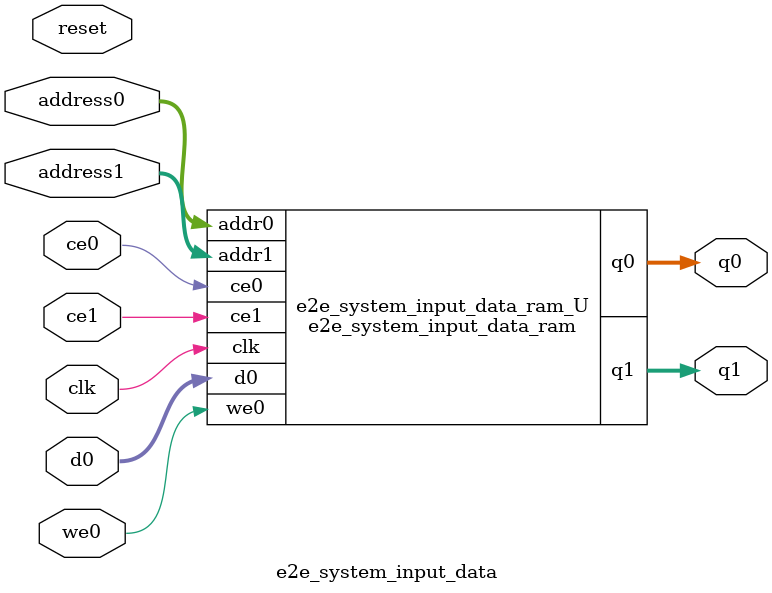
<source format=v>
`timescale 1 ns / 1 ps
module e2e_system_input_data_ram (addr0, ce0, d0, we0, q0, addr1, ce1, q1,  clk);

parameter DWIDTH = 32;
parameter AWIDTH = 9;
parameter MEM_SIZE = 340;

input[AWIDTH-1:0] addr0;
input ce0;
input[DWIDTH-1:0] d0;
input we0;
output reg[DWIDTH-1:0] q0;
input[AWIDTH-1:0] addr1;
input ce1;
output reg[DWIDTH-1:0] q1;
input clk;

(* ram_style = "block" *)reg [DWIDTH-1:0] ram[0:MEM_SIZE-1];




always @(posedge clk)  
begin 
    if (ce0) begin
        if (we0) 
            ram[addr0] <= d0; 
        q0 <= ram[addr0];
    end
end


always @(posedge clk)  
begin 
    if (ce1) begin
        q1 <= ram[addr1];
    end
end


endmodule

`timescale 1 ns / 1 ps
module e2e_system_input_data(
    reset,
    clk,
    address0,
    ce0,
    we0,
    d0,
    q0,
    address1,
    ce1,
    q1);

parameter DataWidth = 32'd32;
parameter AddressRange = 32'd340;
parameter AddressWidth = 32'd9;
input reset;
input clk;
input[AddressWidth - 1:0] address0;
input ce0;
input we0;
input[DataWidth - 1:0] d0;
output[DataWidth - 1:0] q0;
input[AddressWidth - 1:0] address1;
input ce1;
output[DataWidth - 1:0] q1;



e2e_system_input_data_ram e2e_system_input_data_ram_U(
    .clk( clk ),
    .addr0( address0 ),
    .ce0( ce0 ),
    .we0( we0 ),
    .d0( d0 ),
    .q0( q0 ),
    .addr1( address1 ),
    .ce1( ce1 ),
    .q1( q1 ));

endmodule


</source>
